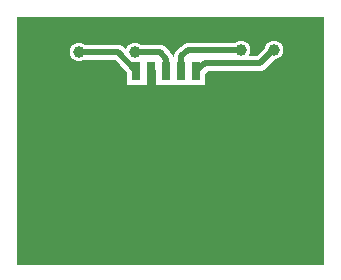
<source format=gbr>
%FSLAX34Y34*%
%MOMM*%
%LNCOPPER_BOTTOM*%
G71*
G01*
%ADD10C,1.600*%
%ADD11R,1.600X2.400*%
%ADD12C,1.300*%
%ADD13C,1.000*%
%ADD14C,0.600*%
%ADD15R,0.800X1.600*%
%ADD16C,0.500*%
%ADD17C,0.800*%
%ADD18C,2.500*%
%ADD19C,1.500*%
%LPD*%
G36*
X0Y1000000D02*
X260000Y1000000D01*
X260000Y790000D01*
X0Y790000D01*
X0Y1000000D01*
G37*
%LPC*%
X52228Y969962D02*
G54D10*
D03*
X99218Y969962D02*
G54D10*
D03*
X189496Y971958D02*
G54D10*
D03*
X217277Y971958D02*
G54D10*
D03*
X100806Y953962D02*
G54D11*
D03*
X113506Y953962D02*
G54D11*
D03*
X126206Y953962D02*
G54D11*
D03*
X138906Y953962D02*
G54D11*
D03*
X151606Y953962D02*
G54D11*
D03*
G54D12*
X52228Y969962D02*
X84806Y969962D01*
X100806Y953962D01*
G54D12*
X99218Y969962D02*
X120650Y969962D01*
X126206Y964406D01*
X126206Y953962D01*
G54D12*
X138906Y953962D02*
X138906Y966788D01*
X144077Y971958D01*
X189496Y971958D01*
G54D12*
X151606Y953962D02*
X158875Y961231D01*
X205581Y961231D01*
X216308Y971958D01*
X217277Y971958D01*
%LPD*%
X52228Y969962D02*
G54D13*
D03*
X99218Y969962D02*
G54D13*
D03*
X116919Y912495D02*
G54D14*
D03*
X122919Y912495D02*
G54D14*
D03*
X128919Y912495D02*
G54D14*
D03*
X134919Y912495D02*
G54D14*
D03*
X116919Y906495D02*
G54D14*
D03*
X122919Y906495D02*
G54D14*
D03*
X128919Y906495D02*
G54D14*
D03*
X134919Y906495D02*
G54D14*
D03*
X116919Y900495D02*
G54D14*
D03*
X122919Y900495D02*
G54D14*
D03*
X128919Y900495D02*
G54D14*
D03*
X134919Y900495D02*
G54D14*
D03*
X116919Y894495D02*
G54D14*
D03*
X122919Y894495D02*
G54D14*
D03*
X128919Y894495D02*
G54D14*
D03*
X134919Y894495D02*
G54D14*
D03*
X189496Y971958D02*
G54D13*
D03*
X217277Y971958D02*
G54D13*
D03*
X8732Y885031D02*
G54D14*
D03*
X16669Y885031D02*
G54D14*
D03*
X24607Y885031D02*
G54D14*
D03*
X32544Y885031D02*
G54D14*
D03*
X40482Y885031D02*
G54D14*
D03*
X48419Y885031D02*
G54D14*
D03*
X56357Y885031D02*
G54D14*
D03*
X64294Y885031D02*
G54D14*
D03*
X72232Y885031D02*
G54D14*
D03*
X80169Y885031D02*
G54D14*
D03*
X88107Y885031D02*
G54D14*
D03*
X95250Y886618D02*
G54D14*
D03*
X89297Y905986D02*
G54D14*
D03*
X80169Y906462D02*
G54D14*
D03*
X72232Y906462D02*
G54D14*
D03*
X64294Y906462D02*
G54D14*
D03*
X56357Y906462D02*
G54D14*
D03*
X48419Y906462D02*
G54D14*
D03*
X40482Y906462D02*
G54D14*
D03*
X32544Y906462D02*
G54D14*
D03*
X24607Y906462D02*
G54D14*
D03*
X16669Y906462D02*
G54D14*
D03*
X8732Y906462D02*
G54D14*
D03*
X242888Y885031D02*
G54D14*
D03*
X234951Y885031D02*
G54D14*
D03*
X227013Y885031D02*
G54D14*
D03*
X219076Y885031D02*
G54D14*
D03*
X211138Y885031D02*
G54D14*
D03*
X203201Y885031D02*
G54D14*
D03*
X195263Y885031D02*
G54D14*
D03*
X187326Y885031D02*
G54D14*
D03*
X179388Y885031D02*
G54D14*
D03*
X171451Y885031D02*
G54D14*
D03*
X163513Y885031D02*
G54D14*
D03*
X156370Y886618D02*
G54D14*
D03*
X250508Y885031D02*
G54D14*
D03*
X242888Y906462D02*
G54D14*
D03*
X234951Y906462D02*
G54D14*
D03*
X227013Y906462D02*
G54D14*
D03*
X219076Y906462D02*
G54D14*
D03*
X211138Y906462D02*
G54D14*
D03*
X203201Y906462D02*
G54D14*
D03*
X195263Y906462D02*
G54D14*
D03*
X187326Y906462D02*
G54D14*
D03*
X179388Y906462D02*
G54D14*
D03*
X171451Y906462D02*
G54D14*
D03*
X164466Y905827D02*
G54D14*
D03*
X250508Y906462D02*
G54D14*
D03*
X12700Y877887D02*
G54D14*
D03*
X20638Y877887D02*
G54D14*
D03*
X28576Y877887D02*
G54D14*
D03*
X36513Y877887D02*
G54D14*
D03*
X44450Y877887D02*
G54D14*
D03*
X52388Y877887D02*
G54D14*
D03*
X60326Y877887D02*
G54D14*
D03*
X68263Y877887D02*
G54D14*
D03*
X76200Y877887D02*
G54D14*
D03*
X84138Y877887D02*
G54D14*
D03*
X92076Y877887D02*
G54D14*
D03*
X167482Y877887D02*
G54D14*
D03*
X175419Y877887D02*
G54D14*
D03*
X183357Y877887D02*
G54D14*
D03*
X191294Y877887D02*
G54D14*
D03*
X199232Y877887D02*
G54D14*
D03*
X207169Y877887D02*
G54D14*
D03*
X215107Y877887D02*
G54D14*
D03*
X223044Y877887D02*
G54D14*
D03*
X230982Y877887D02*
G54D14*
D03*
X238919Y877887D02*
G54D14*
D03*
X246857Y877887D02*
G54D14*
D03*
X183357Y912495D02*
G54D14*
D03*
X191294Y912495D02*
G54D14*
D03*
X199232Y912495D02*
G54D14*
D03*
X207169Y912495D02*
G54D14*
D03*
X215107Y913606D02*
G54D14*
D03*
X223044Y913606D02*
G54D14*
D03*
X230982Y913606D02*
G54D14*
D03*
X238919Y913606D02*
G54D14*
D03*
X246857Y913606D02*
G54D14*
D03*
X60326Y913606D02*
G54D14*
D03*
X52388Y913606D02*
G54D14*
D03*
X44450Y913606D02*
G54D14*
D03*
X36513Y913606D02*
G54D14*
D03*
X28576Y913606D02*
G54D14*
D03*
X20638Y913606D02*
G54D14*
D03*
X12700Y913606D02*
G54D14*
D03*
X100807Y875506D02*
G54D14*
D03*
X108744Y870744D02*
G54D14*
D03*
X118269Y869950D02*
G54D14*
D03*
X127794Y869950D02*
G54D14*
D03*
X137319Y869156D02*
G54D14*
D03*
X146050Y870744D02*
G54D14*
D03*
X152400Y877094D02*
G54D14*
D03*
X135732Y933450D02*
G54D14*
D03*
X127794Y933450D02*
G54D14*
D03*
X120650Y933450D02*
G54D14*
D03*
X112713Y933450D02*
G54D14*
D03*
X105807Y931386D02*
G54D14*
D03*
X100886Y925195D02*
G54D14*
D03*
X66676Y949325D02*
G54D14*
D03*
X37307Y949325D02*
G54D14*
D03*
X175198Y951024D02*
G54D14*
D03*
X203212Y950789D02*
G54D14*
D03*
X231617Y950912D02*
G54D14*
D03*
X15876Y868759D02*
G54D14*
D03*
X15876Y856059D02*
G54D14*
D03*
X15876Y842565D02*
G54D14*
D03*
X15876Y830659D02*
G54D14*
D03*
X15876Y817165D02*
G54D14*
D03*
X15876Y804068D02*
G54D14*
D03*
X35719Y803275D02*
G54D14*
D03*
X56356Y803274D02*
G54D14*
D03*
X79376Y803275D02*
G54D14*
D03*
X103188Y803275D02*
G54D14*
D03*
X126207Y803275D02*
G54D14*
D03*
X150813Y803275D02*
G54D14*
D03*
X174626Y803275D02*
G54D14*
D03*
X196533Y803275D02*
G54D14*
D03*
X219076Y803275D02*
G54D14*
D03*
X15876Y987822D02*
G54D14*
D03*
X15876Y975122D02*
G54D14*
D03*
X15876Y961628D02*
G54D14*
D03*
X15876Y949722D02*
G54D14*
D03*
X15876Y936228D02*
G54D14*
D03*
X15876Y923131D02*
G54D14*
D03*
X242888Y868759D02*
G54D14*
D03*
X242888Y856059D02*
G54D14*
D03*
X242888Y842565D02*
G54D14*
D03*
X242888Y830659D02*
G54D14*
D03*
X242888Y817165D02*
G54D14*
D03*
X242889Y804068D02*
G54D14*
D03*
X242888Y987822D02*
G54D14*
D03*
X242888Y975122D02*
G54D14*
D03*
X242888Y961628D02*
G54D14*
D03*
X242888Y949722D02*
G54D14*
D03*
X242888Y936228D02*
G54D14*
D03*
X242889Y923131D02*
G54D14*
D03*
X35719Y989012D02*
G54D14*
D03*
X56356Y989012D02*
G54D14*
D03*
X79376Y989012D02*
G54D14*
D03*
X103188Y989012D02*
G54D14*
D03*
X126207Y989012D02*
G54D14*
D03*
X150813Y989012D02*
G54D14*
D03*
X174626Y989012D02*
G54D14*
D03*
X196533Y989012D02*
G54D14*
D03*
X219076Y989012D02*
G54D14*
D03*
X44450Y861218D02*
G54D14*
D03*
X48419Y829468D02*
G54D14*
D03*
X73819Y858044D02*
G54D14*
D03*
X79376Y828675D02*
G54D14*
D03*
X103188Y847725D02*
G54D14*
D03*
X135732Y856456D02*
G54D14*
D03*
X119063Y826294D02*
G54D14*
D03*
X146844Y836612D02*
G54D14*
D03*
X176213Y823912D02*
G54D14*
D03*
X169069Y856456D02*
G54D14*
D03*
X204788Y857250D02*
G54D14*
D03*
X215107Y823912D02*
G54D14*
D03*
X192882Y839787D02*
G54D14*
D03*
X100806Y953962D02*
G54D15*
D03*
X113506Y953962D02*
G54D15*
D03*
X126206Y953962D02*
G54D15*
D03*
X138906Y953962D02*
G54D15*
D03*
X151606Y953962D02*
G54D15*
D03*
G54D16*
X52228Y969962D02*
X84806Y969962D01*
X100806Y953962D01*
G54D16*
X99218Y969962D02*
X120650Y969962D01*
X126206Y964406D01*
X126206Y953962D01*
G54D16*
X138906Y953962D02*
X138906Y966788D01*
X144077Y971958D01*
X189496Y971958D01*
G54D16*
X151606Y953962D02*
X158875Y961231D01*
X205581Y961231D01*
X216308Y971958D01*
X217277Y971958D01*
X124180Y940122D02*
G54D14*
D03*
X132085Y940121D02*
G54D14*
D03*
X113507Y942975D02*
G54D14*
D03*
X100806Y937419D02*
G54D14*
D03*
X87312Y950912D02*
G54D14*
D03*
X81757Y958850D02*
G54D14*
D03*
X69057Y958850D02*
G54D14*
D03*
X70029Y979731D02*
G54D14*
D03*
X115888Y979725D02*
G54D14*
D03*
X132029Y976462D02*
G54D14*
D03*
X220663Y923925D02*
G54D14*
D03*
X55563Y923131D02*
G54D14*
D03*
X36513Y923131D02*
G54D14*
D03*
G54D17*
X113506Y953962D02*
X113506Y940594D01*
G54D18*
X17209Y983526D02*
X17267Y915091D01*
G36*
X29709Y983537D02*
X4709Y983516D01*
X4698Y996016D01*
X29698Y996037D01*
X29709Y983537D01*
G37*
G36*
X4767Y915080D02*
X29767Y915102D01*
X29777Y902602D01*
X4777Y902580D01*
X4767Y915080D01*
G37*
G54D18*
X242649Y983536D02*
X242644Y915118D01*
G36*
X255149Y983535D02*
X230149Y983537D01*
X230150Y996037D01*
X255150Y996035D01*
X255149Y983535D01*
G37*
G36*
X230144Y915118D02*
X255144Y915116D01*
X255143Y902616D01*
X230143Y902618D01*
X230144Y915118D01*
G37*
G54D18*
X242665Y906463D02*
X242381Y808422D01*
G36*
X255165Y906426D02*
X230165Y906499D01*
X230201Y918999D01*
X255201Y918926D01*
X255165Y906426D01*
G37*
G36*
X229881Y808458D02*
X254881Y808385D01*
X254844Y795885D01*
X229844Y795958D01*
X229881Y808458D01*
G37*
G54D18*
X17267Y915091D02*
X17299Y807961D01*
G36*
X29767Y915095D02*
X4767Y915087D01*
X4763Y927587D01*
X29763Y927595D01*
X29767Y915095D01*
G37*
G36*
X4799Y807957D02*
X29799Y807965D01*
X29803Y795465D01*
X4803Y795457D01*
X4799Y807957D01*
G37*
G54D19*
X19050Y803275D02*
X239712Y803275D01*
G54D19*
X17224Y988536D02*
X237887Y988536D01*
M02*

</source>
